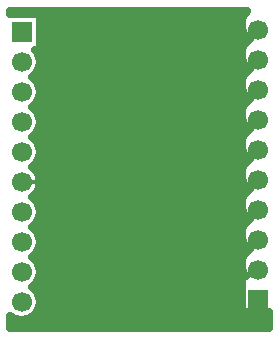
<source format=gbl>
G04 DipTrace 3.0.0.2*
G04 Bottom.gbl*
%MOIN*%
G04 #@! TF.FileFunction,Copper,L2,Bot*
G04 #@! TF.Part,Single*
G04 #@! TA.AperFunction,CopperBalancing*
%ADD14C,0.025*%
%ADD15C,0.013*%
G04 #@! TA.AperFunction,ComponentPad*
%ADD17R,0.066929X0.066929*%
%ADD18C,0.066929*%
G04 #@! TA.AperFunction,ViaPad*
%ADD21C,0.02*%
%FSLAX26Y26*%
G04*
G70*
G90*
G75*
G01*
G04 Bottom*
%LPD*%
D21*
X693969Y1143921D3*
X512735Y1444017D2*
D14*
X1184541D1*
X512735Y1419148D2*
X1181856D1*
X512735Y1394280D2*
X1190156D1*
X512735Y1369411D2*
X1200948D1*
X512735Y1344542D2*
X1184736D1*
X509463Y1319673D2*
X1181807D1*
X512442Y1294804D2*
X1189815D1*
X504483Y1269936D2*
X1201534D1*
X492568Y1245067D2*
X1184883D1*
X509316Y1220198D2*
X1181759D1*
X512491Y1195329D2*
X1189522D1*
X504776Y1170461D2*
X1202119D1*
X491983Y1145592D2*
X1185079D1*
X509122Y1120723D2*
X1181709D1*
X512539Y1095854D2*
X1189228D1*
X505068Y1070986D2*
X1202706D1*
X491396Y1046117D2*
X1185274D1*
X508927Y1021248D2*
X1181660D1*
X512588Y996379D2*
X1188936D1*
X505362Y971510D2*
X1203340D1*
X490762Y946642D2*
X1185469D1*
X508731Y921773D2*
X1181660D1*
X512636Y896904D2*
X1188643D1*
X505655Y872035D2*
X1203975D1*
X490079Y847167D2*
X1185664D1*
X508535Y822298D2*
X1181612D1*
X512636Y797429D2*
X1188399D1*
X505948Y772560D2*
X1204659D1*
X489444Y747692D2*
X1185908D1*
X508291Y722823D2*
X1181563D1*
X512686Y697954D2*
X1188106D1*
X506192Y673085D2*
X1205343D1*
X488711Y648217D2*
X1186104D1*
X508096Y623348D2*
X1181563D1*
X512686Y598479D2*
X1187862D1*
X506484Y573610D2*
X1181514D1*
X488028Y548741D2*
X1181514D1*
X507852Y523873D2*
X1181514D1*
X512686Y499004D2*
X1181514D1*
X506728Y474135D2*
X1181514D1*
X484316Y449266D2*
X1272676D1*
X415249Y424398D2*
X1272676D1*
X412697Y1460215D2*
X510214D1*
Y1340286D1*
X494930D1*
X501378Y1331583D1*
X505650Y1323198D1*
X508556Y1314249D1*
X510029Y1304955D1*
Y1295546D1*
X508556Y1286252D1*
X505650Y1277303D1*
X501378Y1268919D1*
X495846Y1261307D1*
X489193Y1254654D1*
X483308Y1250277D1*
X489193Y1245848D1*
X495846Y1239194D1*
X501378Y1231583D1*
X505650Y1223198D1*
X508556Y1214249D1*
X510029Y1204955D1*
Y1195546D1*
X508556Y1186252D1*
X505650Y1177303D1*
X501378Y1168919D1*
X495846Y1161307D1*
X489193Y1154654D1*
X483308Y1150277D1*
X489193Y1145848D1*
X495846Y1139194D1*
X501378Y1131583D1*
X505650Y1123198D1*
X508556Y1114249D1*
X510029Y1104955D1*
Y1095546D1*
X508556Y1086252D1*
X505650Y1077303D1*
X501378Y1068919D1*
X495846Y1061307D1*
X489193Y1054654D1*
X483308Y1050277D1*
X489193Y1045848D1*
X495846Y1039194D1*
X501378Y1031583D1*
X505650Y1023198D1*
X508556Y1014249D1*
X510029Y1004955D1*
Y995546D1*
X508556Y986252D1*
X505650Y977303D1*
X501378Y968919D1*
X495846Y961307D1*
X489193Y954654D1*
X483308Y950277D1*
X491087Y944160D1*
X496245Y938723D1*
X500685Y932684D1*
X504337Y926139D1*
X507144Y919189D1*
X509063Y911944D1*
X510062Y904516D1*
X510005Y895256D1*
X508916Y887841D1*
X506909Y880619D1*
X504018Y873705D1*
X500286Y867205D1*
X495773Y861220D1*
X490549Y855846D1*
X483340Y850257D1*
X489193Y845848D1*
X495846Y839194D1*
X501378Y831583D1*
X505650Y823198D1*
X508556Y814249D1*
X510029Y804955D1*
Y795546D1*
X508556Y786252D1*
X505650Y777303D1*
X501378Y768919D1*
X495846Y761307D1*
X489193Y754654D1*
X483308Y750277D1*
X489193Y745848D1*
X495846Y739194D1*
X501378Y731583D1*
X505650Y723198D1*
X508556Y714249D1*
X510029Y704955D1*
Y695546D1*
X508556Y686252D1*
X505650Y677303D1*
X501378Y668919D1*
X495846Y661307D1*
X489193Y654654D1*
X483308Y650277D1*
X489193Y645848D1*
X495846Y639194D1*
X501378Y631583D1*
X505650Y623198D1*
X508556Y614249D1*
X510029Y604955D1*
Y595546D1*
X508556Y586252D1*
X505650Y577303D1*
X501378Y568919D1*
X495846Y561307D1*
X489193Y554654D1*
X483308Y550277D1*
X489193Y545848D1*
X495846Y539194D1*
X501378Y531583D1*
X505650Y523198D1*
X508556Y514249D1*
X510029Y504955D1*
Y495546D1*
X508556Y486252D1*
X505650Y477303D1*
X501378Y468919D1*
X495846Y461307D1*
X489193Y454654D1*
X481581Y449122D1*
X473197Y444850D1*
X464248Y441944D1*
X454954Y440471D1*
X445545D1*
X436251Y441944D1*
X427302Y444850D1*
X418917Y449122D1*
X412735Y453526D1*
X412749Y412749D1*
X1275156D1*
Y465240D1*
X1184035Y465285D1*
Y585214D1*
X1199319D1*
X1192871Y593917D1*
X1188600Y602302D1*
X1185693Y611251D1*
X1184220Y620545D1*
Y629954D1*
X1185693Y639248D1*
X1188600Y648197D1*
X1192871Y656581D1*
X1198403Y664193D1*
X1205056Y670846D1*
X1210941Y675223D1*
X1205056Y679652D1*
X1198403Y686306D1*
X1192871Y693917D1*
X1188600Y702302D1*
X1185693Y711251D1*
X1184220Y720545D1*
Y729954D1*
X1185693Y739248D1*
X1188600Y748197D1*
X1192871Y756581D1*
X1198403Y764193D1*
X1205056Y770846D1*
X1210941Y775223D1*
X1205056Y779652D1*
X1198403Y786306D1*
X1192871Y793917D1*
X1188600Y802302D1*
X1185693Y811251D1*
X1184220Y820545D1*
Y829954D1*
X1185693Y839248D1*
X1188600Y848197D1*
X1192871Y856581D1*
X1198403Y864193D1*
X1205056Y870846D1*
X1210941Y875223D1*
X1205056Y879652D1*
X1198403Y886306D1*
X1192871Y893917D1*
X1188600Y902302D1*
X1185693Y911251D1*
X1184220Y920545D1*
Y929954D1*
X1185693Y939248D1*
X1188600Y948197D1*
X1192871Y956581D1*
X1198403Y964193D1*
X1205056Y970846D1*
X1210941Y975223D1*
X1205056Y979652D1*
X1198403Y986306D1*
X1192871Y993917D1*
X1188600Y1002302D1*
X1185693Y1011251D1*
X1184220Y1020545D1*
Y1029954D1*
X1185693Y1039248D1*
X1188600Y1048197D1*
X1192871Y1056581D1*
X1198403Y1064193D1*
X1205056Y1070846D1*
X1210941Y1075223D1*
X1205056Y1079652D1*
X1198403Y1086306D1*
X1192871Y1093917D1*
X1188600Y1102302D1*
X1185693Y1111251D1*
X1184220Y1120545D1*
Y1129954D1*
X1185693Y1139248D1*
X1188600Y1148197D1*
X1192871Y1156581D1*
X1198403Y1164193D1*
X1205056Y1170846D1*
X1210941Y1175223D1*
X1205056Y1179652D1*
X1198403Y1186306D1*
X1192871Y1193917D1*
X1188600Y1202302D1*
X1185693Y1211251D1*
X1184220Y1220545D1*
Y1229954D1*
X1185693Y1239248D1*
X1188600Y1248197D1*
X1192871Y1256581D1*
X1198403Y1264193D1*
X1205056Y1270846D1*
X1210941Y1275223D1*
X1205056Y1279652D1*
X1198403Y1286306D1*
X1192871Y1293917D1*
X1188600Y1302302D1*
X1185693Y1311251D1*
X1184220Y1320545D1*
Y1329954D1*
X1185693Y1339248D1*
X1188600Y1348197D1*
X1192871Y1356581D1*
X1198403Y1364193D1*
X1205056Y1370846D1*
X1210941Y1375223D1*
X1205056Y1379652D1*
X1198403Y1386306D1*
X1192871Y1393917D1*
X1188600Y1402302D1*
X1185693Y1411251D1*
X1184220Y1420545D1*
Y1429954D1*
X1185693Y1439248D1*
X1188600Y1448197D1*
X1192871Y1456581D1*
X1198403Y1464193D1*
X1202936Y1468887D1*
X412749Y1468886D1*
Y1460243D1*
X450249Y900251D2*
D15*
X510165D1*
D17*
X450249Y1400251D3*
D18*
Y1300251D3*
Y1200251D3*
Y1100251D3*
Y1000251D3*
Y900251D3*
Y800251D3*
Y700251D3*
Y600251D3*
Y500251D3*
D17*
X1237661Y506488D3*
D18*
Y606488D3*
Y706488D3*
Y806488D3*
Y906488D3*
Y1006488D3*
Y1106488D3*
Y1206488D3*
Y1306488D3*
Y1406488D3*
M02*

</source>
